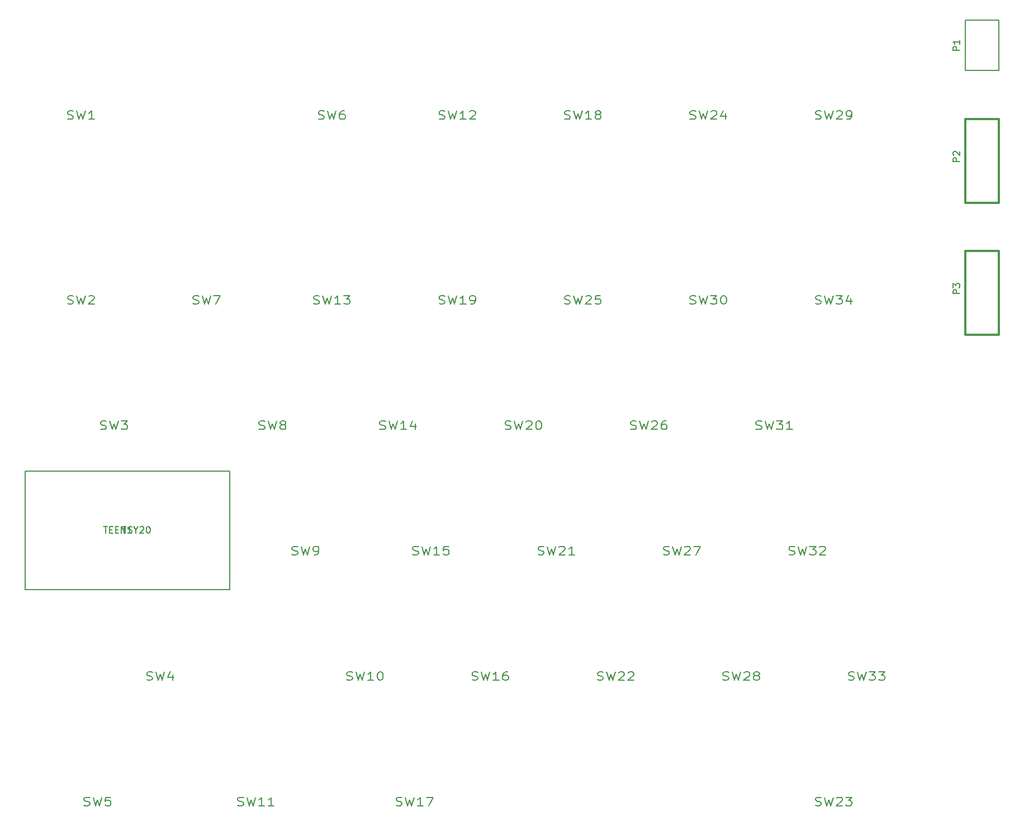
<source format=gto>
G04 (created by PCBNEW (2013-07-07 BZR 4022)-stable) date 11/2/2014 12:02:25 AM*
%MOIN*%
G04 Gerber Fmt 3.4, Leading zero omitted, Abs format*
%FSLAX34Y34*%
G01*
G70*
G90*
G04 APERTURE LIST*
%ADD10C,0.00590551*%
%ADD11C,0.012*%
%ADD12C,0.008*%
G04 APERTURE END LIST*
G54D10*
G54D11*
X71244Y-24940D02*
X71244Y-19940D01*
X71244Y-19940D02*
X73244Y-19940D01*
X73244Y-19940D02*
X73244Y-24940D01*
X73244Y-24940D02*
X71244Y-24940D01*
G54D12*
X73244Y-14051D02*
X73244Y-17051D01*
X71244Y-17051D02*
X71244Y-14051D01*
X71244Y-14051D02*
X73244Y-14051D01*
X73244Y-17051D02*
X71244Y-17051D01*
G54D11*
X71244Y-32814D02*
X71244Y-27814D01*
X71244Y-27814D02*
X73244Y-27814D01*
X73244Y-27814D02*
X73244Y-32814D01*
X73244Y-32814D02*
X71244Y-32814D01*
G54D10*
X15157Y-40944D02*
X27362Y-40944D01*
X27362Y-40944D02*
X27362Y-48031D01*
X27362Y-48031D02*
X15157Y-48031D01*
X15157Y-48031D02*
X15157Y-40944D01*
G54D12*
X53244Y-45916D02*
X53330Y-45940D01*
X53473Y-45940D01*
X53530Y-45916D01*
X53559Y-45892D01*
X53587Y-45845D01*
X53587Y-45797D01*
X53559Y-45750D01*
X53530Y-45726D01*
X53473Y-45702D01*
X53359Y-45678D01*
X53302Y-45654D01*
X53273Y-45631D01*
X53244Y-45583D01*
X53244Y-45535D01*
X53273Y-45488D01*
X53302Y-45464D01*
X53359Y-45440D01*
X53502Y-45440D01*
X53587Y-45464D01*
X53787Y-45440D02*
X53930Y-45940D01*
X54044Y-45583D01*
X54159Y-45940D01*
X54302Y-45440D01*
X54502Y-45488D02*
X54530Y-45464D01*
X54587Y-45440D01*
X54730Y-45440D01*
X54787Y-45464D01*
X54816Y-45488D01*
X54844Y-45535D01*
X54844Y-45583D01*
X54816Y-45654D01*
X54473Y-45940D01*
X54844Y-45940D01*
X55044Y-45440D02*
X55444Y-45440D01*
X55187Y-45940D01*
X39859Y-30956D02*
X39944Y-30979D01*
X40087Y-30979D01*
X40144Y-30956D01*
X40173Y-30932D01*
X40202Y-30884D01*
X40202Y-30837D01*
X40173Y-30789D01*
X40144Y-30765D01*
X40087Y-30741D01*
X39973Y-30718D01*
X39916Y-30694D01*
X39887Y-30670D01*
X39859Y-30622D01*
X39859Y-30575D01*
X39887Y-30527D01*
X39916Y-30503D01*
X39973Y-30479D01*
X40116Y-30479D01*
X40202Y-30503D01*
X40402Y-30479D02*
X40544Y-30979D01*
X40659Y-30622D01*
X40773Y-30979D01*
X40916Y-30479D01*
X41459Y-30979D02*
X41116Y-30979D01*
X41287Y-30979D02*
X41287Y-30479D01*
X41230Y-30551D01*
X41173Y-30598D01*
X41116Y-30622D01*
X41744Y-30979D02*
X41859Y-30979D01*
X41916Y-30956D01*
X41944Y-30932D01*
X42002Y-30860D01*
X42030Y-30765D01*
X42030Y-30575D01*
X42002Y-30527D01*
X41973Y-30503D01*
X41916Y-30479D01*
X41802Y-30479D01*
X41744Y-30503D01*
X41716Y-30527D01*
X41687Y-30575D01*
X41687Y-30694D01*
X41716Y-30741D01*
X41744Y-30765D01*
X41802Y-30789D01*
X41916Y-30789D01*
X41973Y-30765D01*
X42002Y-30741D01*
X42030Y-30694D01*
X43796Y-38436D02*
X43881Y-38460D01*
X44024Y-38460D01*
X44081Y-38436D01*
X44110Y-38412D01*
X44139Y-38365D01*
X44139Y-38317D01*
X44110Y-38269D01*
X44081Y-38245D01*
X44024Y-38222D01*
X43910Y-38198D01*
X43853Y-38174D01*
X43824Y-38150D01*
X43796Y-38103D01*
X43796Y-38055D01*
X43824Y-38007D01*
X43853Y-37984D01*
X43910Y-37960D01*
X44053Y-37960D01*
X44139Y-37984D01*
X44339Y-37960D02*
X44481Y-38460D01*
X44596Y-38103D01*
X44710Y-38460D01*
X44853Y-37960D01*
X45053Y-38007D02*
X45081Y-37984D01*
X45139Y-37960D01*
X45281Y-37960D01*
X45339Y-37984D01*
X45367Y-38007D01*
X45396Y-38055D01*
X45396Y-38103D01*
X45367Y-38174D01*
X45024Y-38460D01*
X45396Y-38460D01*
X45767Y-37960D02*
X45824Y-37960D01*
X45881Y-37984D01*
X45910Y-38007D01*
X45939Y-38055D01*
X45967Y-38150D01*
X45967Y-38269D01*
X45939Y-38365D01*
X45910Y-38412D01*
X45881Y-38436D01*
X45824Y-38460D01*
X45767Y-38460D01*
X45710Y-38436D01*
X45681Y-38412D01*
X45653Y-38365D01*
X45624Y-38269D01*
X45624Y-38150D01*
X45653Y-38055D01*
X45681Y-38007D01*
X45710Y-37984D01*
X45767Y-37960D01*
X45764Y-45916D02*
X45850Y-45940D01*
X45993Y-45940D01*
X46050Y-45916D01*
X46078Y-45892D01*
X46107Y-45845D01*
X46107Y-45797D01*
X46078Y-45750D01*
X46050Y-45726D01*
X45993Y-45702D01*
X45878Y-45678D01*
X45821Y-45654D01*
X45793Y-45631D01*
X45764Y-45583D01*
X45764Y-45535D01*
X45793Y-45488D01*
X45821Y-45464D01*
X45878Y-45440D01*
X46021Y-45440D01*
X46107Y-45464D01*
X46307Y-45440D02*
X46450Y-45940D01*
X46564Y-45583D01*
X46678Y-45940D01*
X46821Y-45440D01*
X47021Y-45488D02*
X47050Y-45464D01*
X47107Y-45440D01*
X47250Y-45440D01*
X47307Y-45464D01*
X47336Y-45488D01*
X47364Y-45535D01*
X47364Y-45583D01*
X47336Y-45654D01*
X46993Y-45940D01*
X47364Y-45940D01*
X47936Y-45940D02*
X47593Y-45940D01*
X47764Y-45940D02*
X47764Y-45440D01*
X47707Y-45511D01*
X47650Y-45559D01*
X47593Y-45583D01*
X49307Y-53397D02*
X49393Y-53420D01*
X49536Y-53420D01*
X49593Y-53397D01*
X49622Y-53373D01*
X49650Y-53325D01*
X49650Y-53278D01*
X49622Y-53230D01*
X49593Y-53206D01*
X49536Y-53182D01*
X49422Y-53158D01*
X49365Y-53135D01*
X49336Y-53111D01*
X49307Y-53063D01*
X49307Y-53016D01*
X49336Y-52968D01*
X49365Y-52944D01*
X49422Y-52920D01*
X49565Y-52920D01*
X49650Y-52944D01*
X49850Y-52920D02*
X49993Y-53420D01*
X50107Y-53063D01*
X50222Y-53420D01*
X50365Y-52920D01*
X50565Y-52968D02*
X50593Y-52944D01*
X50650Y-52920D01*
X50793Y-52920D01*
X50850Y-52944D01*
X50879Y-52968D01*
X50907Y-53016D01*
X50907Y-53063D01*
X50879Y-53135D01*
X50536Y-53420D01*
X50907Y-53420D01*
X51136Y-52968D02*
X51165Y-52944D01*
X51222Y-52920D01*
X51365Y-52920D01*
X51422Y-52944D01*
X51450Y-52968D01*
X51479Y-53016D01*
X51479Y-53063D01*
X51450Y-53135D01*
X51107Y-53420D01*
X51479Y-53420D01*
X62300Y-60877D02*
X62385Y-60901D01*
X62528Y-60901D01*
X62585Y-60877D01*
X62614Y-60853D01*
X62642Y-60805D01*
X62642Y-60758D01*
X62614Y-60710D01*
X62585Y-60686D01*
X62528Y-60663D01*
X62414Y-60639D01*
X62357Y-60615D01*
X62328Y-60591D01*
X62300Y-60544D01*
X62300Y-60496D01*
X62328Y-60448D01*
X62357Y-60425D01*
X62414Y-60401D01*
X62557Y-60401D01*
X62642Y-60425D01*
X62842Y-60401D02*
X62985Y-60901D01*
X63100Y-60544D01*
X63214Y-60901D01*
X63357Y-60401D01*
X63557Y-60448D02*
X63585Y-60425D01*
X63642Y-60401D01*
X63785Y-60401D01*
X63842Y-60425D01*
X63871Y-60448D01*
X63900Y-60496D01*
X63900Y-60544D01*
X63871Y-60615D01*
X63528Y-60901D01*
X63900Y-60901D01*
X64100Y-60401D02*
X64471Y-60401D01*
X64271Y-60591D01*
X64357Y-60591D01*
X64414Y-60615D01*
X64442Y-60639D01*
X64471Y-60686D01*
X64471Y-60805D01*
X64442Y-60853D01*
X64414Y-60877D01*
X64357Y-60901D01*
X64185Y-60901D01*
X64128Y-60877D01*
X64100Y-60853D01*
X54819Y-19932D02*
X54905Y-19956D01*
X55048Y-19956D01*
X55105Y-19932D01*
X55134Y-19908D01*
X55162Y-19861D01*
X55162Y-19813D01*
X55134Y-19765D01*
X55105Y-19742D01*
X55048Y-19718D01*
X54934Y-19694D01*
X54876Y-19670D01*
X54848Y-19646D01*
X54819Y-19599D01*
X54819Y-19551D01*
X54848Y-19503D01*
X54876Y-19480D01*
X54934Y-19456D01*
X55076Y-19456D01*
X55162Y-19480D01*
X55362Y-19456D02*
X55505Y-19956D01*
X55619Y-19599D01*
X55734Y-19956D01*
X55876Y-19456D01*
X56076Y-19503D02*
X56105Y-19480D01*
X56162Y-19456D01*
X56305Y-19456D01*
X56362Y-19480D01*
X56391Y-19503D01*
X56419Y-19551D01*
X56419Y-19599D01*
X56391Y-19670D01*
X56048Y-19956D01*
X56419Y-19956D01*
X56934Y-19622D02*
X56934Y-19956D01*
X56791Y-19432D02*
X56648Y-19789D01*
X57019Y-19789D01*
X47339Y-30956D02*
X47425Y-30979D01*
X47568Y-30979D01*
X47625Y-30956D01*
X47653Y-30932D01*
X47682Y-30884D01*
X47682Y-30837D01*
X47653Y-30789D01*
X47625Y-30765D01*
X47568Y-30741D01*
X47453Y-30718D01*
X47396Y-30694D01*
X47368Y-30670D01*
X47339Y-30622D01*
X47339Y-30575D01*
X47368Y-30527D01*
X47396Y-30503D01*
X47453Y-30479D01*
X47596Y-30479D01*
X47682Y-30503D01*
X47882Y-30479D02*
X48025Y-30979D01*
X48139Y-30622D01*
X48253Y-30979D01*
X48396Y-30479D01*
X48596Y-30527D02*
X48625Y-30503D01*
X48682Y-30479D01*
X48825Y-30479D01*
X48882Y-30503D01*
X48910Y-30527D01*
X48939Y-30575D01*
X48939Y-30622D01*
X48910Y-30694D01*
X48568Y-30979D01*
X48939Y-30979D01*
X49482Y-30479D02*
X49196Y-30479D01*
X49168Y-30718D01*
X49196Y-30694D01*
X49253Y-30670D01*
X49396Y-30670D01*
X49453Y-30694D01*
X49482Y-30718D01*
X49510Y-30765D01*
X49510Y-30884D01*
X49482Y-30932D01*
X49453Y-30956D01*
X49396Y-30979D01*
X49253Y-30979D01*
X49196Y-30956D01*
X49168Y-30932D01*
X51276Y-38436D02*
X51362Y-38460D01*
X51505Y-38460D01*
X51562Y-38436D01*
X51590Y-38412D01*
X51619Y-38365D01*
X51619Y-38317D01*
X51590Y-38269D01*
X51562Y-38245D01*
X51505Y-38222D01*
X51390Y-38198D01*
X51333Y-38174D01*
X51305Y-38150D01*
X51276Y-38103D01*
X51276Y-38055D01*
X51305Y-38007D01*
X51333Y-37984D01*
X51390Y-37960D01*
X51533Y-37960D01*
X51619Y-37984D01*
X51819Y-37960D02*
X51962Y-38460D01*
X52076Y-38103D01*
X52190Y-38460D01*
X52333Y-37960D01*
X52533Y-38007D02*
X52562Y-37984D01*
X52619Y-37960D01*
X52762Y-37960D01*
X52819Y-37984D01*
X52847Y-38007D01*
X52876Y-38055D01*
X52876Y-38103D01*
X52847Y-38174D01*
X52505Y-38460D01*
X52876Y-38460D01*
X53390Y-37960D02*
X53276Y-37960D01*
X53219Y-37984D01*
X53190Y-38007D01*
X53133Y-38079D01*
X53105Y-38174D01*
X53105Y-38365D01*
X53133Y-38412D01*
X53162Y-38436D01*
X53219Y-38460D01*
X53333Y-38460D01*
X53390Y-38436D01*
X53419Y-38412D01*
X53447Y-38365D01*
X53447Y-38245D01*
X53419Y-38198D01*
X53390Y-38174D01*
X53333Y-38150D01*
X53219Y-38150D01*
X53162Y-38174D01*
X53133Y-38198D01*
X53105Y-38245D01*
X17703Y-19932D02*
X17789Y-19956D01*
X17932Y-19956D01*
X17989Y-19932D01*
X18018Y-19908D01*
X18046Y-19861D01*
X18046Y-19813D01*
X18018Y-19765D01*
X17989Y-19742D01*
X17932Y-19718D01*
X17818Y-19694D01*
X17761Y-19670D01*
X17732Y-19646D01*
X17703Y-19599D01*
X17703Y-19551D01*
X17732Y-19503D01*
X17761Y-19480D01*
X17818Y-19456D01*
X17961Y-19456D01*
X18046Y-19480D01*
X18246Y-19456D02*
X18389Y-19956D01*
X18503Y-19599D01*
X18618Y-19956D01*
X18761Y-19456D01*
X19303Y-19956D02*
X18961Y-19956D01*
X19132Y-19956D02*
X19132Y-19456D01*
X19075Y-19527D01*
X19018Y-19575D01*
X18961Y-19599D01*
X56788Y-53397D02*
X56874Y-53420D01*
X57016Y-53420D01*
X57074Y-53397D01*
X57102Y-53373D01*
X57131Y-53325D01*
X57131Y-53278D01*
X57102Y-53230D01*
X57074Y-53206D01*
X57016Y-53182D01*
X56902Y-53158D01*
X56845Y-53135D01*
X56816Y-53111D01*
X56788Y-53063D01*
X56788Y-53016D01*
X56816Y-52968D01*
X56845Y-52944D01*
X56902Y-52920D01*
X57045Y-52920D01*
X57131Y-52944D01*
X57331Y-52920D02*
X57474Y-53420D01*
X57588Y-53063D01*
X57702Y-53420D01*
X57845Y-52920D01*
X58045Y-52968D02*
X58074Y-52944D01*
X58131Y-52920D01*
X58274Y-52920D01*
X58331Y-52944D01*
X58359Y-52968D01*
X58388Y-53016D01*
X58388Y-53063D01*
X58359Y-53135D01*
X58016Y-53420D01*
X58388Y-53420D01*
X58731Y-53135D02*
X58674Y-53111D01*
X58645Y-53087D01*
X58616Y-53039D01*
X58616Y-53016D01*
X58645Y-52968D01*
X58674Y-52944D01*
X58731Y-52920D01*
X58845Y-52920D01*
X58902Y-52944D01*
X58931Y-52968D01*
X58959Y-53016D01*
X58959Y-53039D01*
X58931Y-53087D01*
X58902Y-53111D01*
X58845Y-53135D01*
X58731Y-53135D01*
X58674Y-53158D01*
X58645Y-53182D01*
X58616Y-53230D01*
X58616Y-53325D01*
X58645Y-53373D01*
X58674Y-53397D01*
X58731Y-53420D01*
X58845Y-53420D01*
X58902Y-53397D01*
X58931Y-53373D01*
X58959Y-53325D01*
X58959Y-53230D01*
X58931Y-53182D01*
X58902Y-53158D01*
X58845Y-53135D01*
X62300Y-19932D02*
X62385Y-19956D01*
X62528Y-19956D01*
X62585Y-19932D01*
X62614Y-19908D01*
X62642Y-19861D01*
X62642Y-19813D01*
X62614Y-19765D01*
X62585Y-19742D01*
X62528Y-19718D01*
X62414Y-19694D01*
X62357Y-19670D01*
X62328Y-19646D01*
X62300Y-19599D01*
X62300Y-19551D01*
X62328Y-19503D01*
X62357Y-19480D01*
X62414Y-19456D01*
X62557Y-19456D01*
X62642Y-19480D01*
X62842Y-19456D02*
X62985Y-19956D01*
X63100Y-19599D01*
X63214Y-19956D01*
X63357Y-19456D01*
X63557Y-19503D02*
X63585Y-19480D01*
X63642Y-19456D01*
X63785Y-19456D01*
X63842Y-19480D01*
X63871Y-19503D01*
X63900Y-19551D01*
X63900Y-19599D01*
X63871Y-19670D01*
X63528Y-19956D01*
X63900Y-19956D01*
X64185Y-19956D02*
X64300Y-19956D01*
X64357Y-19932D01*
X64385Y-19908D01*
X64442Y-19837D01*
X64471Y-19742D01*
X64471Y-19551D01*
X64442Y-19503D01*
X64414Y-19480D01*
X64357Y-19456D01*
X64242Y-19456D01*
X64185Y-19480D01*
X64157Y-19503D01*
X64128Y-19551D01*
X64128Y-19670D01*
X64157Y-19718D01*
X64185Y-19742D01*
X64242Y-19765D01*
X64357Y-19765D01*
X64414Y-19742D01*
X64442Y-19718D01*
X64471Y-19670D01*
X54819Y-30956D02*
X54905Y-30979D01*
X55048Y-30979D01*
X55105Y-30956D01*
X55134Y-30932D01*
X55162Y-30884D01*
X55162Y-30837D01*
X55134Y-30789D01*
X55105Y-30765D01*
X55048Y-30741D01*
X54934Y-30718D01*
X54876Y-30694D01*
X54848Y-30670D01*
X54819Y-30622D01*
X54819Y-30575D01*
X54848Y-30527D01*
X54876Y-30503D01*
X54934Y-30479D01*
X55076Y-30479D01*
X55162Y-30503D01*
X55362Y-30479D02*
X55505Y-30979D01*
X55619Y-30622D01*
X55734Y-30979D01*
X55876Y-30479D01*
X56048Y-30479D02*
X56419Y-30479D01*
X56219Y-30670D01*
X56305Y-30670D01*
X56362Y-30694D01*
X56391Y-30718D01*
X56419Y-30765D01*
X56419Y-30884D01*
X56391Y-30932D01*
X56362Y-30956D01*
X56305Y-30979D01*
X56134Y-30979D01*
X56076Y-30956D01*
X56048Y-30932D01*
X56791Y-30479D02*
X56848Y-30479D01*
X56905Y-30503D01*
X56934Y-30527D01*
X56962Y-30575D01*
X56991Y-30670D01*
X56991Y-30789D01*
X56962Y-30884D01*
X56934Y-30932D01*
X56905Y-30956D01*
X56848Y-30979D01*
X56791Y-30979D01*
X56734Y-30956D01*
X56705Y-30932D01*
X56676Y-30884D01*
X56648Y-30789D01*
X56648Y-30670D01*
X56676Y-30575D01*
X56705Y-30527D01*
X56734Y-30503D01*
X56791Y-30479D01*
X58756Y-38436D02*
X58842Y-38460D01*
X58985Y-38460D01*
X59042Y-38436D01*
X59071Y-38412D01*
X59099Y-38365D01*
X59099Y-38317D01*
X59071Y-38269D01*
X59042Y-38245D01*
X58985Y-38222D01*
X58871Y-38198D01*
X58813Y-38174D01*
X58785Y-38150D01*
X58756Y-38103D01*
X58756Y-38055D01*
X58785Y-38007D01*
X58813Y-37984D01*
X58871Y-37960D01*
X59013Y-37960D01*
X59099Y-37984D01*
X59299Y-37960D02*
X59442Y-38460D01*
X59556Y-38103D01*
X59671Y-38460D01*
X59813Y-37960D01*
X59985Y-37960D02*
X60356Y-37960D01*
X60156Y-38150D01*
X60242Y-38150D01*
X60299Y-38174D01*
X60328Y-38198D01*
X60356Y-38245D01*
X60356Y-38365D01*
X60328Y-38412D01*
X60299Y-38436D01*
X60242Y-38460D01*
X60071Y-38460D01*
X60013Y-38436D01*
X59985Y-38412D01*
X60928Y-38460D02*
X60585Y-38460D01*
X60756Y-38460D02*
X60756Y-37960D01*
X60699Y-38031D01*
X60642Y-38079D01*
X60585Y-38103D01*
X60725Y-45916D02*
X60811Y-45940D01*
X60953Y-45940D01*
X61011Y-45916D01*
X61039Y-45892D01*
X61068Y-45845D01*
X61068Y-45797D01*
X61039Y-45750D01*
X61011Y-45726D01*
X60953Y-45702D01*
X60839Y-45678D01*
X60782Y-45654D01*
X60753Y-45631D01*
X60725Y-45583D01*
X60725Y-45535D01*
X60753Y-45488D01*
X60782Y-45464D01*
X60839Y-45440D01*
X60982Y-45440D01*
X61068Y-45464D01*
X61268Y-45440D02*
X61411Y-45940D01*
X61525Y-45583D01*
X61639Y-45940D01*
X61782Y-45440D01*
X61953Y-45440D02*
X62325Y-45440D01*
X62125Y-45631D01*
X62211Y-45631D01*
X62268Y-45654D01*
X62296Y-45678D01*
X62325Y-45726D01*
X62325Y-45845D01*
X62296Y-45892D01*
X62268Y-45916D01*
X62211Y-45940D01*
X62039Y-45940D01*
X61982Y-45916D01*
X61953Y-45892D01*
X62553Y-45488D02*
X62582Y-45464D01*
X62639Y-45440D01*
X62782Y-45440D01*
X62839Y-45464D01*
X62868Y-45488D01*
X62896Y-45535D01*
X62896Y-45583D01*
X62868Y-45654D01*
X62525Y-45940D01*
X62896Y-45940D01*
X64268Y-53397D02*
X64354Y-53420D01*
X64497Y-53420D01*
X64554Y-53397D01*
X64582Y-53373D01*
X64611Y-53325D01*
X64611Y-53278D01*
X64582Y-53230D01*
X64554Y-53206D01*
X64497Y-53182D01*
X64382Y-53158D01*
X64325Y-53135D01*
X64297Y-53111D01*
X64268Y-53063D01*
X64268Y-53016D01*
X64297Y-52968D01*
X64325Y-52944D01*
X64382Y-52920D01*
X64525Y-52920D01*
X64611Y-52944D01*
X64811Y-52920D02*
X64954Y-53420D01*
X65068Y-53063D01*
X65182Y-53420D01*
X65325Y-52920D01*
X65497Y-52920D02*
X65868Y-52920D01*
X65668Y-53111D01*
X65754Y-53111D01*
X65811Y-53135D01*
X65840Y-53158D01*
X65868Y-53206D01*
X65868Y-53325D01*
X65840Y-53373D01*
X65811Y-53397D01*
X65754Y-53420D01*
X65582Y-53420D01*
X65525Y-53397D01*
X65497Y-53373D01*
X66068Y-52920D02*
X66440Y-52920D01*
X66240Y-53111D01*
X66325Y-53111D01*
X66382Y-53135D01*
X66411Y-53158D01*
X66440Y-53206D01*
X66440Y-53325D01*
X66411Y-53373D01*
X66382Y-53397D01*
X66325Y-53420D01*
X66154Y-53420D01*
X66097Y-53397D01*
X66068Y-53373D01*
X62300Y-30956D02*
X62385Y-30979D01*
X62528Y-30979D01*
X62585Y-30956D01*
X62614Y-30932D01*
X62642Y-30884D01*
X62642Y-30837D01*
X62614Y-30789D01*
X62585Y-30765D01*
X62528Y-30741D01*
X62414Y-30718D01*
X62357Y-30694D01*
X62328Y-30670D01*
X62300Y-30622D01*
X62300Y-30575D01*
X62328Y-30527D01*
X62357Y-30503D01*
X62414Y-30479D01*
X62557Y-30479D01*
X62642Y-30503D01*
X62842Y-30479D02*
X62985Y-30979D01*
X63100Y-30622D01*
X63214Y-30979D01*
X63357Y-30479D01*
X63528Y-30479D02*
X63900Y-30479D01*
X63700Y-30670D01*
X63785Y-30670D01*
X63842Y-30694D01*
X63871Y-30718D01*
X63900Y-30765D01*
X63900Y-30884D01*
X63871Y-30932D01*
X63842Y-30956D01*
X63785Y-30979D01*
X63614Y-30979D01*
X63557Y-30956D01*
X63528Y-30932D01*
X64414Y-30646D02*
X64414Y-30979D01*
X64271Y-30456D02*
X64128Y-30813D01*
X64500Y-30813D01*
X47339Y-19932D02*
X47425Y-19956D01*
X47568Y-19956D01*
X47625Y-19932D01*
X47653Y-19908D01*
X47682Y-19861D01*
X47682Y-19813D01*
X47653Y-19765D01*
X47625Y-19742D01*
X47568Y-19718D01*
X47453Y-19694D01*
X47396Y-19670D01*
X47368Y-19646D01*
X47339Y-19599D01*
X47339Y-19551D01*
X47368Y-19503D01*
X47396Y-19480D01*
X47453Y-19456D01*
X47596Y-19456D01*
X47682Y-19480D01*
X47882Y-19456D02*
X48025Y-19956D01*
X48139Y-19599D01*
X48253Y-19956D01*
X48396Y-19456D01*
X48939Y-19956D02*
X48596Y-19956D01*
X48768Y-19956D02*
X48768Y-19456D01*
X48710Y-19527D01*
X48653Y-19575D01*
X48596Y-19599D01*
X49282Y-19670D02*
X49225Y-19646D01*
X49196Y-19622D01*
X49168Y-19575D01*
X49168Y-19551D01*
X49196Y-19503D01*
X49225Y-19480D01*
X49282Y-19456D01*
X49396Y-19456D01*
X49453Y-19480D01*
X49482Y-19503D01*
X49510Y-19551D01*
X49510Y-19575D01*
X49482Y-19622D01*
X49453Y-19646D01*
X49396Y-19670D01*
X49282Y-19670D01*
X49225Y-19694D01*
X49196Y-19718D01*
X49168Y-19765D01*
X49168Y-19861D01*
X49196Y-19908D01*
X49225Y-19932D01*
X49282Y-19956D01*
X49396Y-19956D01*
X49453Y-19932D01*
X49482Y-19908D01*
X49510Y-19861D01*
X49510Y-19765D01*
X49482Y-19718D01*
X49453Y-19694D01*
X49396Y-19670D01*
X17703Y-30956D02*
X17789Y-30979D01*
X17932Y-30979D01*
X17989Y-30956D01*
X18018Y-30932D01*
X18046Y-30884D01*
X18046Y-30837D01*
X18018Y-30789D01*
X17989Y-30765D01*
X17932Y-30741D01*
X17818Y-30718D01*
X17761Y-30694D01*
X17732Y-30670D01*
X17703Y-30622D01*
X17703Y-30575D01*
X17732Y-30527D01*
X17761Y-30503D01*
X17818Y-30479D01*
X17961Y-30479D01*
X18046Y-30503D01*
X18246Y-30479D02*
X18389Y-30979D01*
X18503Y-30622D01*
X18618Y-30979D01*
X18761Y-30479D01*
X18961Y-30527D02*
X18989Y-30503D01*
X19046Y-30479D01*
X19189Y-30479D01*
X19246Y-30503D01*
X19275Y-30527D01*
X19303Y-30575D01*
X19303Y-30622D01*
X19275Y-30694D01*
X18932Y-30979D01*
X19303Y-30979D01*
X19672Y-38436D02*
X19758Y-38460D01*
X19901Y-38460D01*
X19958Y-38436D01*
X19986Y-38412D01*
X20015Y-38365D01*
X20015Y-38317D01*
X19986Y-38269D01*
X19958Y-38245D01*
X19901Y-38222D01*
X19786Y-38198D01*
X19729Y-38174D01*
X19701Y-38150D01*
X19672Y-38103D01*
X19672Y-38055D01*
X19701Y-38007D01*
X19729Y-37984D01*
X19786Y-37960D01*
X19929Y-37960D01*
X20015Y-37984D01*
X20215Y-37960D02*
X20358Y-38460D01*
X20472Y-38103D01*
X20586Y-38460D01*
X20729Y-37960D01*
X20901Y-37960D02*
X21272Y-37960D01*
X21072Y-38150D01*
X21158Y-38150D01*
X21215Y-38174D01*
X21243Y-38198D01*
X21272Y-38245D01*
X21272Y-38365D01*
X21243Y-38412D01*
X21215Y-38436D01*
X21158Y-38460D01*
X20986Y-38460D01*
X20929Y-38436D01*
X20901Y-38412D01*
X22428Y-53397D02*
X22514Y-53420D01*
X22656Y-53420D01*
X22714Y-53397D01*
X22742Y-53373D01*
X22771Y-53325D01*
X22771Y-53278D01*
X22742Y-53230D01*
X22714Y-53206D01*
X22656Y-53182D01*
X22542Y-53158D01*
X22485Y-53135D01*
X22456Y-53111D01*
X22428Y-53063D01*
X22428Y-53016D01*
X22456Y-52968D01*
X22485Y-52944D01*
X22542Y-52920D01*
X22685Y-52920D01*
X22771Y-52944D01*
X22971Y-52920D02*
X23114Y-53420D01*
X23228Y-53063D01*
X23342Y-53420D01*
X23485Y-52920D01*
X23971Y-53087D02*
X23971Y-53420D01*
X23828Y-52897D02*
X23685Y-53254D01*
X24056Y-53254D01*
X18688Y-60877D02*
X18773Y-60901D01*
X18916Y-60901D01*
X18973Y-60877D01*
X19002Y-60853D01*
X19031Y-60805D01*
X19031Y-60758D01*
X19002Y-60710D01*
X18973Y-60686D01*
X18916Y-60663D01*
X18802Y-60639D01*
X18745Y-60615D01*
X18716Y-60591D01*
X18688Y-60544D01*
X18688Y-60496D01*
X18716Y-60448D01*
X18745Y-60425D01*
X18802Y-60401D01*
X18945Y-60401D01*
X19031Y-60425D01*
X19231Y-60401D02*
X19373Y-60901D01*
X19488Y-60544D01*
X19602Y-60901D01*
X19745Y-60401D01*
X20259Y-60401D02*
X19973Y-60401D01*
X19945Y-60639D01*
X19973Y-60615D01*
X20031Y-60591D01*
X20173Y-60591D01*
X20231Y-60615D01*
X20259Y-60639D01*
X20288Y-60686D01*
X20288Y-60805D01*
X20259Y-60853D01*
X20231Y-60877D01*
X20173Y-60901D01*
X20031Y-60901D01*
X19973Y-60877D01*
X19945Y-60853D01*
X32664Y-19932D02*
X32750Y-19956D01*
X32893Y-19956D01*
X32950Y-19932D01*
X32978Y-19908D01*
X33007Y-19861D01*
X33007Y-19813D01*
X32978Y-19765D01*
X32950Y-19742D01*
X32893Y-19718D01*
X32778Y-19694D01*
X32721Y-19670D01*
X32693Y-19646D01*
X32664Y-19599D01*
X32664Y-19551D01*
X32693Y-19503D01*
X32721Y-19480D01*
X32778Y-19456D01*
X32921Y-19456D01*
X33007Y-19480D01*
X33207Y-19456D02*
X33350Y-19956D01*
X33464Y-19599D01*
X33578Y-19956D01*
X33721Y-19456D01*
X34207Y-19456D02*
X34093Y-19456D01*
X34035Y-19480D01*
X34007Y-19503D01*
X33950Y-19575D01*
X33921Y-19670D01*
X33921Y-19861D01*
X33950Y-19908D01*
X33978Y-19932D01*
X34035Y-19956D01*
X34150Y-19956D01*
X34207Y-19932D01*
X34235Y-19908D01*
X34264Y-19861D01*
X34264Y-19742D01*
X34235Y-19694D01*
X34207Y-19670D01*
X34150Y-19646D01*
X34035Y-19646D01*
X33978Y-19670D01*
X33950Y-19694D01*
X33921Y-19742D01*
X25184Y-30956D02*
X25269Y-30979D01*
X25412Y-30979D01*
X25469Y-30956D01*
X25498Y-30932D01*
X25527Y-30884D01*
X25527Y-30837D01*
X25498Y-30789D01*
X25469Y-30765D01*
X25412Y-30741D01*
X25298Y-30718D01*
X25241Y-30694D01*
X25212Y-30670D01*
X25184Y-30622D01*
X25184Y-30575D01*
X25212Y-30527D01*
X25241Y-30503D01*
X25298Y-30479D01*
X25441Y-30479D01*
X25527Y-30503D01*
X25727Y-30479D02*
X25869Y-30979D01*
X25984Y-30622D01*
X26098Y-30979D01*
X26241Y-30479D01*
X26412Y-30479D02*
X26812Y-30479D01*
X26555Y-30979D01*
X29121Y-38436D02*
X29206Y-38460D01*
X29349Y-38460D01*
X29406Y-38436D01*
X29435Y-38412D01*
X29464Y-38365D01*
X29464Y-38317D01*
X29435Y-38269D01*
X29406Y-38245D01*
X29349Y-38222D01*
X29235Y-38198D01*
X29178Y-38174D01*
X29149Y-38150D01*
X29121Y-38103D01*
X29121Y-38055D01*
X29149Y-38007D01*
X29178Y-37984D01*
X29235Y-37960D01*
X29378Y-37960D01*
X29464Y-37984D01*
X29664Y-37960D02*
X29806Y-38460D01*
X29921Y-38103D01*
X30035Y-38460D01*
X30178Y-37960D01*
X30492Y-38174D02*
X30435Y-38150D01*
X30406Y-38126D01*
X30378Y-38079D01*
X30378Y-38055D01*
X30406Y-38007D01*
X30435Y-37984D01*
X30492Y-37960D01*
X30606Y-37960D01*
X30664Y-37984D01*
X30692Y-38007D01*
X30721Y-38055D01*
X30721Y-38079D01*
X30692Y-38126D01*
X30664Y-38150D01*
X30606Y-38174D01*
X30492Y-38174D01*
X30435Y-38198D01*
X30406Y-38222D01*
X30378Y-38269D01*
X30378Y-38365D01*
X30406Y-38412D01*
X30435Y-38436D01*
X30492Y-38460D01*
X30606Y-38460D01*
X30664Y-38436D01*
X30692Y-38412D01*
X30721Y-38365D01*
X30721Y-38269D01*
X30692Y-38222D01*
X30664Y-38198D01*
X30606Y-38174D01*
X31089Y-45916D02*
X31175Y-45940D01*
X31318Y-45940D01*
X31375Y-45916D01*
X31404Y-45892D01*
X31432Y-45845D01*
X31432Y-45797D01*
X31404Y-45750D01*
X31375Y-45726D01*
X31318Y-45702D01*
X31204Y-45678D01*
X31146Y-45654D01*
X31118Y-45631D01*
X31089Y-45583D01*
X31089Y-45535D01*
X31118Y-45488D01*
X31146Y-45464D01*
X31204Y-45440D01*
X31346Y-45440D01*
X31432Y-45464D01*
X31632Y-45440D02*
X31775Y-45940D01*
X31889Y-45583D01*
X32004Y-45940D01*
X32146Y-45440D01*
X32404Y-45940D02*
X32518Y-45940D01*
X32575Y-45916D01*
X32604Y-45892D01*
X32661Y-45821D01*
X32689Y-45726D01*
X32689Y-45535D01*
X32661Y-45488D01*
X32632Y-45464D01*
X32575Y-45440D01*
X32461Y-45440D01*
X32404Y-45464D01*
X32375Y-45488D01*
X32346Y-45535D01*
X32346Y-45654D01*
X32375Y-45702D01*
X32404Y-45726D01*
X32461Y-45750D01*
X32575Y-45750D01*
X32632Y-45726D01*
X32661Y-45702D01*
X32689Y-45654D01*
X34347Y-53397D02*
X34433Y-53420D01*
X34575Y-53420D01*
X34633Y-53397D01*
X34661Y-53373D01*
X34690Y-53325D01*
X34690Y-53278D01*
X34661Y-53230D01*
X34633Y-53206D01*
X34575Y-53182D01*
X34461Y-53158D01*
X34404Y-53135D01*
X34375Y-53111D01*
X34347Y-53063D01*
X34347Y-53016D01*
X34375Y-52968D01*
X34404Y-52944D01*
X34461Y-52920D01*
X34604Y-52920D01*
X34690Y-52944D01*
X34890Y-52920D02*
X35033Y-53420D01*
X35147Y-53063D01*
X35261Y-53420D01*
X35404Y-52920D01*
X35947Y-53420D02*
X35604Y-53420D01*
X35775Y-53420D02*
X35775Y-52920D01*
X35718Y-52992D01*
X35661Y-53039D01*
X35604Y-53063D01*
X36318Y-52920D02*
X36375Y-52920D01*
X36433Y-52944D01*
X36461Y-52968D01*
X36490Y-53016D01*
X36518Y-53111D01*
X36518Y-53230D01*
X36490Y-53325D01*
X36461Y-53373D01*
X36433Y-53397D01*
X36375Y-53420D01*
X36318Y-53420D01*
X36261Y-53397D01*
X36233Y-53373D01*
X36204Y-53325D01*
X36175Y-53230D01*
X36175Y-53111D01*
X36204Y-53016D01*
X36233Y-52968D01*
X36261Y-52944D01*
X36318Y-52920D01*
X27851Y-60877D02*
X27937Y-60901D01*
X28079Y-60901D01*
X28137Y-60877D01*
X28165Y-60853D01*
X28194Y-60805D01*
X28194Y-60758D01*
X28165Y-60710D01*
X28137Y-60686D01*
X28079Y-60663D01*
X27965Y-60639D01*
X27908Y-60615D01*
X27879Y-60591D01*
X27851Y-60544D01*
X27851Y-60496D01*
X27879Y-60448D01*
X27908Y-60425D01*
X27965Y-60401D01*
X28108Y-60401D01*
X28194Y-60425D01*
X28394Y-60401D02*
X28537Y-60901D01*
X28651Y-60544D01*
X28765Y-60901D01*
X28908Y-60401D01*
X29451Y-60901D02*
X29108Y-60901D01*
X29279Y-60901D02*
X29279Y-60401D01*
X29222Y-60472D01*
X29165Y-60520D01*
X29108Y-60544D01*
X30022Y-60901D02*
X29679Y-60901D01*
X29851Y-60901D02*
X29851Y-60401D01*
X29794Y-60472D01*
X29737Y-60520D01*
X29679Y-60544D01*
X39859Y-19932D02*
X39944Y-19956D01*
X40087Y-19956D01*
X40144Y-19932D01*
X40173Y-19908D01*
X40202Y-19861D01*
X40202Y-19813D01*
X40173Y-19765D01*
X40144Y-19742D01*
X40087Y-19718D01*
X39973Y-19694D01*
X39916Y-19670D01*
X39887Y-19646D01*
X39859Y-19599D01*
X39859Y-19551D01*
X39887Y-19503D01*
X39916Y-19480D01*
X39973Y-19456D01*
X40116Y-19456D01*
X40202Y-19480D01*
X40402Y-19456D02*
X40544Y-19956D01*
X40659Y-19599D01*
X40773Y-19956D01*
X40916Y-19456D01*
X41459Y-19956D02*
X41116Y-19956D01*
X41287Y-19956D02*
X41287Y-19456D01*
X41230Y-19527D01*
X41173Y-19575D01*
X41116Y-19599D01*
X41687Y-19503D02*
X41716Y-19480D01*
X41773Y-19456D01*
X41916Y-19456D01*
X41973Y-19480D01*
X42002Y-19503D01*
X42030Y-19551D01*
X42030Y-19599D01*
X42002Y-19670D01*
X41659Y-19956D01*
X42030Y-19956D01*
X32378Y-30956D02*
X32464Y-30979D01*
X32607Y-30979D01*
X32664Y-30956D01*
X32693Y-30932D01*
X32721Y-30884D01*
X32721Y-30837D01*
X32693Y-30789D01*
X32664Y-30765D01*
X32607Y-30741D01*
X32493Y-30718D01*
X32435Y-30694D01*
X32407Y-30670D01*
X32378Y-30622D01*
X32378Y-30575D01*
X32407Y-30527D01*
X32435Y-30503D01*
X32493Y-30479D01*
X32635Y-30479D01*
X32721Y-30503D01*
X32921Y-30479D02*
X33064Y-30979D01*
X33178Y-30622D01*
X33293Y-30979D01*
X33435Y-30479D01*
X33978Y-30979D02*
X33635Y-30979D01*
X33807Y-30979D02*
X33807Y-30479D01*
X33750Y-30551D01*
X33693Y-30598D01*
X33635Y-30622D01*
X34178Y-30479D02*
X34550Y-30479D01*
X34350Y-30670D01*
X34435Y-30670D01*
X34493Y-30694D01*
X34521Y-30718D01*
X34550Y-30765D01*
X34550Y-30884D01*
X34521Y-30932D01*
X34493Y-30956D01*
X34435Y-30979D01*
X34264Y-30979D01*
X34207Y-30956D01*
X34178Y-30932D01*
X36315Y-38436D02*
X36401Y-38460D01*
X36544Y-38460D01*
X36601Y-38436D01*
X36630Y-38412D01*
X36658Y-38365D01*
X36658Y-38317D01*
X36630Y-38269D01*
X36601Y-38245D01*
X36544Y-38222D01*
X36430Y-38198D01*
X36373Y-38174D01*
X36344Y-38150D01*
X36315Y-38103D01*
X36315Y-38055D01*
X36344Y-38007D01*
X36373Y-37984D01*
X36430Y-37960D01*
X36573Y-37960D01*
X36658Y-37984D01*
X36858Y-37960D02*
X37001Y-38460D01*
X37115Y-38103D01*
X37230Y-38460D01*
X37373Y-37960D01*
X37915Y-38460D02*
X37573Y-38460D01*
X37744Y-38460D02*
X37744Y-37960D01*
X37687Y-38031D01*
X37630Y-38079D01*
X37573Y-38103D01*
X38430Y-38126D02*
X38430Y-38460D01*
X38287Y-37936D02*
X38144Y-38293D01*
X38515Y-38293D01*
X38284Y-45916D02*
X38370Y-45940D01*
X38512Y-45940D01*
X38570Y-45916D01*
X38598Y-45892D01*
X38627Y-45845D01*
X38627Y-45797D01*
X38598Y-45750D01*
X38570Y-45726D01*
X38512Y-45702D01*
X38398Y-45678D01*
X38341Y-45654D01*
X38312Y-45631D01*
X38284Y-45583D01*
X38284Y-45535D01*
X38312Y-45488D01*
X38341Y-45464D01*
X38398Y-45440D01*
X38541Y-45440D01*
X38627Y-45464D01*
X38827Y-45440D02*
X38970Y-45940D01*
X39084Y-45583D01*
X39198Y-45940D01*
X39341Y-45440D01*
X39884Y-45940D02*
X39541Y-45940D01*
X39712Y-45940D02*
X39712Y-45440D01*
X39655Y-45511D01*
X39598Y-45559D01*
X39541Y-45583D01*
X40427Y-45440D02*
X40141Y-45440D01*
X40112Y-45678D01*
X40141Y-45654D01*
X40198Y-45631D01*
X40341Y-45631D01*
X40398Y-45654D01*
X40427Y-45678D01*
X40455Y-45726D01*
X40455Y-45845D01*
X40427Y-45892D01*
X40398Y-45916D01*
X40341Y-45940D01*
X40198Y-45940D01*
X40141Y-45916D01*
X40112Y-45892D01*
X41827Y-53397D02*
X41913Y-53420D01*
X42056Y-53420D01*
X42113Y-53397D01*
X42141Y-53373D01*
X42170Y-53325D01*
X42170Y-53278D01*
X42141Y-53230D01*
X42113Y-53206D01*
X42056Y-53182D01*
X41941Y-53158D01*
X41884Y-53135D01*
X41856Y-53111D01*
X41827Y-53063D01*
X41827Y-53016D01*
X41856Y-52968D01*
X41884Y-52944D01*
X41941Y-52920D01*
X42084Y-52920D01*
X42170Y-52944D01*
X42370Y-52920D02*
X42513Y-53420D01*
X42627Y-53063D01*
X42741Y-53420D01*
X42884Y-52920D01*
X43427Y-53420D02*
X43084Y-53420D01*
X43256Y-53420D02*
X43256Y-52920D01*
X43199Y-52992D01*
X43141Y-53039D01*
X43084Y-53063D01*
X43941Y-52920D02*
X43827Y-52920D01*
X43770Y-52944D01*
X43741Y-52968D01*
X43684Y-53039D01*
X43656Y-53135D01*
X43656Y-53325D01*
X43684Y-53373D01*
X43713Y-53397D01*
X43770Y-53420D01*
X43884Y-53420D01*
X43941Y-53397D01*
X43970Y-53373D01*
X43999Y-53325D01*
X43999Y-53206D01*
X43970Y-53158D01*
X43941Y-53135D01*
X43884Y-53111D01*
X43770Y-53111D01*
X43713Y-53135D01*
X43684Y-53158D01*
X43656Y-53206D01*
X37300Y-60877D02*
X37385Y-60901D01*
X37528Y-60901D01*
X37585Y-60877D01*
X37614Y-60853D01*
X37642Y-60805D01*
X37642Y-60758D01*
X37614Y-60710D01*
X37585Y-60686D01*
X37528Y-60663D01*
X37414Y-60639D01*
X37357Y-60615D01*
X37328Y-60591D01*
X37300Y-60544D01*
X37300Y-60496D01*
X37328Y-60448D01*
X37357Y-60425D01*
X37414Y-60401D01*
X37557Y-60401D01*
X37642Y-60425D01*
X37842Y-60401D02*
X37985Y-60901D01*
X38100Y-60544D01*
X38214Y-60901D01*
X38357Y-60401D01*
X38900Y-60901D02*
X38557Y-60901D01*
X38728Y-60901D02*
X38728Y-60401D01*
X38671Y-60472D01*
X38614Y-60520D01*
X38557Y-60544D01*
X39100Y-60401D02*
X39500Y-60401D01*
X39242Y-60901D01*
X70905Y-22486D02*
X70505Y-22486D01*
X70505Y-22333D01*
X70525Y-22295D01*
X70544Y-22276D01*
X70582Y-22257D01*
X70639Y-22257D01*
X70677Y-22276D01*
X70696Y-22295D01*
X70715Y-22333D01*
X70715Y-22486D01*
X70544Y-22105D02*
X70525Y-22086D01*
X70505Y-22048D01*
X70505Y-21952D01*
X70525Y-21914D01*
X70544Y-21895D01*
X70582Y-21876D01*
X70620Y-21876D01*
X70677Y-21895D01*
X70905Y-22124D01*
X70905Y-21876D01*
X70905Y-15846D02*
X70505Y-15846D01*
X70505Y-15694D01*
X70525Y-15655D01*
X70544Y-15636D01*
X70582Y-15617D01*
X70639Y-15617D01*
X70677Y-15636D01*
X70696Y-15655D01*
X70715Y-15694D01*
X70715Y-15846D01*
X70905Y-15236D02*
X70905Y-15465D01*
X70905Y-15351D02*
X70505Y-15351D01*
X70563Y-15389D01*
X70601Y-15427D01*
X70620Y-15465D01*
X70905Y-30360D02*
X70505Y-30360D01*
X70505Y-30207D01*
X70525Y-30169D01*
X70544Y-30150D01*
X70582Y-30131D01*
X70639Y-30131D01*
X70677Y-30150D01*
X70696Y-30169D01*
X70715Y-30207D01*
X70715Y-30360D01*
X70505Y-29998D02*
X70505Y-29750D01*
X70658Y-29884D01*
X70658Y-29826D01*
X70677Y-29788D01*
X70696Y-29769D01*
X70734Y-29750D01*
X70829Y-29750D01*
X70867Y-29769D01*
X70886Y-29788D01*
X70905Y-29826D01*
X70905Y-29941D01*
X70886Y-29979D01*
X70867Y-29998D01*
G54D10*
X20959Y-44253D02*
X21184Y-44253D01*
X21072Y-44647D02*
X21072Y-44253D01*
X21522Y-44647D02*
X21297Y-44647D01*
X21409Y-44647D02*
X21409Y-44253D01*
X21372Y-44310D01*
X21334Y-44347D01*
X21297Y-44366D01*
X19853Y-44253D02*
X20078Y-44253D01*
X19966Y-44647D02*
X19966Y-44253D01*
X20209Y-44441D02*
X20341Y-44441D01*
X20397Y-44647D02*
X20209Y-44647D01*
X20209Y-44253D01*
X20397Y-44253D01*
X20566Y-44441D02*
X20697Y-44441D01*
X20753Y-44647D02*
X20566Y-44647D01*
X20566Y-44253D01*
X20753Y-44253D01*
X20922Y-44647D02*
X20922Y-44253D01*
X21147Y-44647D01*
X21147Y-44253D01*
X21316Y-44628D02*
X21372Y-44647D01*
X21466Y-44647D01*
X21503Y-44628D01*
X21522Y-44610D01*
X21541Y-44572D01*
X21541Y-44535D01*
X21522Y-44497D01*
X21503Y-44478D01*
X21466Y-44460D01*
X21391Y-44441D01*
X21353Y-44422D01*
X21334Y-44403D01*
X21316Y-44366D01*
X21316Y-44328D01*
X21334Y-44291D01*
X21353Y-44272D01*
X21391Y-44253D01*
X21484Y-44253D01*
X21541Y-44272D01*
X21784Y-44460D02*
X21784Y-44647D01*
X21653Y-44253D02*
X21784Y-44460D01*
X21916Y-44253D01*
X22028Y-44291D02*
X22047Y-44272D01*
X22084Y-44253D01*
X22178Y-44253D01*
X22215Y-44272D01*
X22234Y-44291D01*
X22253Y-44328D01*
X22253Y-44366D01*
X22234Y-44422D01*
X22009Y-44647D01*
X22253Y-44647D01*
X22497Y-44253D02*
X22534Y-44253D01*
X22572Y-44272D01*
X22590Y-44291D01*
X22609Y-44328D01*
X22628Y-44403D01*
X22628Y-44497D01*
X22609Y-44572D01*
X22590Y-44610D01*
X22572Y-44628D01*
X22534Y-44647D01*
X22497Y-44647D01*
X22459Y-44628D01*
X22440Y-44610D01*
X22422Y-44572D01*
X22403Y-44497D01*
X22403Y-44403D01*
X22422Y-44328D01*
X22440Y-44291D01*
X22459Y-44272D01*
X22497Y-44253D01*
M02*

</source>
